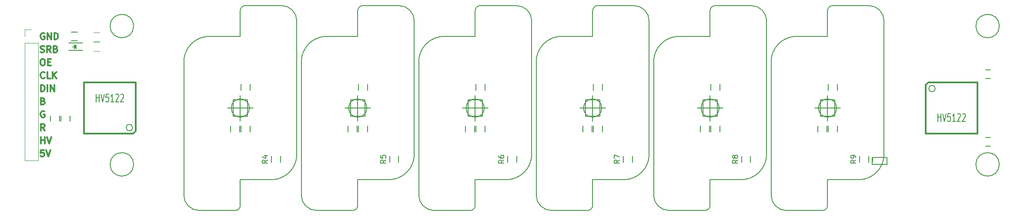
<source format=gbr>
G04 #@! TF.FileFunction,Legend,Top*
%FSLAX46Y46*%
G04 Gerber Fmt 4.6, Leading zero omitted, Abs format (unit mm)*
G04 Created by KiCad (PCBNEW 4.0.2-stable) date 13/08/2017 21:16:23*
%MOMM*%
G01*
G04 APERTURE LIST*
%ADD10C,0.100000*%
%ADD11C,0.300000*%
%ADD12C,0.150000*%
%ADD13C,0.304800*%
%ADD14C,0.203200*%
%ADD15C,0.063500*%
%ADD16C,0.127000*%
%ADD17C,0.120000*%
%ADD18C,0.152400*%
G04 APERTURE END LIST*
D10*
D11*
X60851143Y-71694524D02*
X60246381Y-71694524D01*
X60185905Y-72299286D01*
X60246381Y-72238810D01*
X60367333Y-72178333D01*
X60669714Y-72178333D01*
X60790667Y-72238810D01*
X60851143Y-72299286D01*
X60911619Y-72420238D01*
X60911619Y-72722619D01*
X60851143Y-72843571D01*
X60790667Y-72904048D01*
X60669714Y-72964524D01*
X60367333Y-72964524D01*
X60246381Y-72904048D01*
X60185905Y-72843571D01*
X61274476Y-71694524D02*
X61697810Y-72964524D01*
X62121143Y-71694524D01*
X60246381Y-70424524D02*
X60246381Y-69154524D01*
X60246381Y-69759286D02*
X60972095Y-69759286D01*
X60972095Y-70424524D02*
X60972095Y-69154524D01*
X61395428Y-69154524D02*
X61818762Y-70424524D01*
X62242095Y-69154524D01*
X60972095Y-67884524D02*
X60548762Y-67279762D01*
X60246381Y-67884524D02*
X60246381Y-66614524D01*
X60730190Y-66614524D01*
X60851143Y-66675000D01*
X60911619Y-66735476D01*
X60972095Y-66856429D01*
X60972095Y-67037857D01*
X60911619Y-67158810D01*
X60851143Y-67219286D01*
X60730190Y-67279762D01*
X60246381Y-67279762D01*
X60911619Y-64135000D02*
X60790667Y-64074524D01*
X60609238Y-64074524D01*
X60427810Y-64135000D01*
X60306857Y-64255952D01*
X60246381Y-64376905D01*
X60185905Y-64618810D01*
X60185905Y-64800238D01*
X60246381Y-65042143D01*
X60306857Y-65163095D01*
X60427810Y-65284048D01*
X60609238Y-65344524D01*
X60730190Y-65344524D01*
X60911619Y-65284048D01*
X60972095Y-65223571D01*
X60972095Y-64800238D01*
X60730190Y-64800238D01*
X60669714Y-62139286D02*
X60851143Y-62199762D01*
X60911619Y-62260238D01*
X60972095Y-62381190D01*
X60972095Y-62562619D01*
X60911619Y-62683571D01*
X60851143Y-62744048D01*
X60730190Y-62804524D01*
X60246381Y-62804524D01*
X60246381Y-61534524D01*
X60669714Y-61534524D01*
X60790667Y-61595000D01*
X60851143Y-61655476D01*
X60911619Y-61776429D01*
X60911619Y-61897381D01*
X60851143Y-62018333D01*
X60790667Y-62078810D01*
X60669714Y-62139286D01*
X60246381Y-62139286D01*
X60246381Y-60264524D02*
X60246381Y-58994524D01*
X60548762Y-58994524D01*
X60730190Y-59055000D01*
X60851143Y-59175952D01*
X60911619Y-59296905D01*
X60972095Y-59538810D01*
X60972095Y-59720238D01*
X60911619Y-59962143D01*
X60851143Y-60083095D01*
X60730190Y-60204048D01*
X60548762Y-60264524D01*
X60246381Y-60264524D01*
X61516381Y-60264524D02*
X61516381Y-58994524D01*
X62121143Y-60264524D02*
X62121143Y-58994524D01*
X62846857Y-60264524D01*
X62846857Y-58994524D01*
X60972095Y-57603571D02*
X60911619Y-57664048D01*
X60730190Y-57724524D01*
X60609238Y-57724524D01*
X60427810Y-57664048D01*
X60306857Y-57543095D01*
X60246381Y-57422143D01*
X60185905Y-57180238D01*
X60185905Y-56998810D01*
X60246381Y-56756905D01*
X60306857Y-56635952D01*
X60427810Y-56515000D01*
X60609238Y-56454524D01*
X60730190Y-56454524D01*
X60911619Y-56515000D01*
X60972095Y-56575476D01*
X62121143Y-57724524D02*
X61516381Y-57724524D01*
X61516381Y-56454524D01*
X62544476Y-57724524D02*
X62544476Y-56454524D01*
X63270190Y-57724524D02*
X62725905Y-56998810D01*
X63270190Y-56454524D02*
X62544476Y-57180238D01*
X60488286Y-53914524D02*
X60730190Y-53914524D01*
X60851143Y-53975000D01*
X60972095Y-54095952D01*
X61032571Y-54337857D01*
X61032571Y-54761190D01*
X60972095Y-55003095D01*
X60851143Y-55124048D01*
X60730190Y-55184524D01*
X60488286Y-55184524D01*
X60367333Y-55124048D01*
X60246381Y-55003095D01*
X60185905Y-54761190D01*
X60185905Y-54337857D01*
X60246381Y-54095952D01*
X60367333Y-53975000D01*
X60488286Y-53914524D01*
X61576857Y-54519286D02*
X62000190Y-54519286D01*
X62181619Y-55184524D02*
X61576857Y-55184524D01*
X61576857Y-53914524D01*
X62181619Y-53914524D01*
X60185905Y-52584048D02*
X60367333Y-52644524D01*
X60669714Y-52644524D01*
X60790667Y-52584048D01*
X60851143Y-52523571D01*
X60911619Y-52402619D01*
X60911619Y-52281667D01*
X60851143Y-52160714D01*
X60790667Y-52100238D01*
X60669714Y-52039762D01*
X60427810Y-51979286D01*
X60306857Y-51918810D01*
X60246381Y-51858333D01*
X60185905Y-51737381D01*
X60185905Y-51616429D01*
X60246381Y-51495476D01*
X60306857Y-51435000D01*
X60427810Y-51374524D01*
X60730190Y-51374524D01*
X60911619Y-51435000D01*
X62181619Y-52644524D02*
X61758286Y-52039762D01*
X61455905Y-52644524D02*
X61455905Y-51374524D01*
X61939714Y-51374524D01*
X62060667Y-51435000D01*
X62121143Y-51495476D01*
X62181619Y-51616429D01*
X62181619Y-51797857D01*
X62121143Y-51918810D01*
X62060667Y-51979286D01*
X61939714Y-52039762D01*
X61455905Y-52039762D01*
X63149238Y-51979286D02*
X63330667Y-52039762D01*
X63391143Y-52100238D01*
X63451619Y-52221190D01*
X63451619Y-52402619D01*
X63391143Y-52523571D01*
X63330667Y-52584048D01*
X63209714Y-52644524D01*
X62725905Y-52644524D01*
X62725905Y-51374524D01*
X63149238Y-51374524D01*
X63270191Y-51435000D01*
X63330667Y-51495476D01*
X63391143Y-51616429D01*
X63391143Y-51737381D01*
X63330667Y-51858333D01*
X63270191Y-51918810D01*
X63149238Y-51979286D01*
X62725905Y-51979286D01*
X60911619Y-48895000D02*
X60790667Y-48834524D01*
X60609238Y-48834524D01*
X60427810Y-48895000D01*
X60306857Y-49015952D01*
X60246381Y-49136905D01*
X60185905Y-49378810D01*
X60185905Y-49560238D01*
X60246381Y-49802143D01*
X60306857Y-49923095D01*
X60427810Y-50044048D01*
X60609238Y-50104524D01*
X60730190Y-50104524D01*
X60911619Y-50044048D01*
X60972095Y-49983571D01*
X60972095Y-49560238D01*
X60730190Y-49560238D01*
X61516381Y-50104524D02*
X61516381Y-48834524D01*
X62242095Y-50104524D01*
X62242095Y-48834524D01*
X62846857Y-50104524D02*
X62846857Y-48834524D01*
X63149238Y-48834524D01*
X63330666Y-48895000D01*
X63451619Y-49015952D01*
X63512095Y-49136905D01*
X63572571Y-49378810D01*
X63572571Y-49560238D01*
X63512095Y-49802143D01*
X63451619Y-49923095D01*
X63330666Y-50044048D01*
X63149238Y-50104524D01*
X62846857Y-50104524D01*
D12*
X244102000Y-70954000D02*
X245102000Y-70954000D01*
X245102000Y-69254000D02*
X244102000Y-69254000D01*
X62142000Y-65032000D02*
X62142000Y-66032000D01*
X63842000Y-66032000D02*
X63842000Y-65032000D01*
X245102000Y-56046000D02*
X244102000Y-56046000D01*
X244102000Y-57746000D02*
X245102000Y-57746000D01*
X64174000Y-65032000D02*
X64174000Y-66032000D01*
X65874000Y-66032000D02*
X65874000Y-65032000D01*
X97660000Y-65100000D02*
X100460000Y-65100000D01*
X100460000Y-65100000D02*
X100460000Y-61900000D01*
X97660000Y-65100000D02*
X97660000Y-61900000D01*
X97660000Y-61900000D02*
X100460000Y-61900000D01*
X120520000Y-65100000D02*
X123320000Y-65100000D01*
X123320000Y-65100000D02*
X123320000Y-61900000D01*
X120520000Y-65100000D02*
X120520000Y-61900000D01*
X120520000Y-61900000D02*
X123320000Y-61900000D01*
X143380000Y-65100000D02*
X146180000Y-65100000D01*
X146180000Y-65100000D02*
X146180000Y-61900000D01*
X143380000Y-65100000D02*
X143380000Y-61900000D01*
X143380000Y-61900000D02*
X146180000Y-61900000D01*
X166240000Y-65100000D02*
X169040000Y-65100000D01*
X169040000Y-65100000D02*
X169040000Y-61900000D01*
X166240000Y-65100000D02*
X166240000Y-61900000D01*
X166240000Y-61900000D02*
X169040000Y-61900000D01*
X68381680Y-50776440D02*
X65681680Y-50776440D01*
X68381680Y-52276440D02*
X65681680Y-52276440D01*
X66881680Y-51376440D02*
X66881680Y-51626440D01*
X66881680Y-51626440D02*
X67031680Y-51476440D01*
X67131680Y-51876440D02*
X67131680Y-51176440D01*
X66781680Y-51526440D02*
X66431680Y-51526440D01*
X67131680Y-51526440D02*
X66781680Y-51876440D01*
X66781680Y-51876440D02*
X66781680Y-51176440D01*
X66781680Y-51176440D02*
X67131680Y-51526440D01*
X189100000Y-65100000D02*
X191900000Y-65100000D01*
X191900000Y-65100000D02*
X191900000Y-61900000D01*
X189100000Y-65100000D02*
X189100000Y-61900000D01*
X189100000Y-61900000D02*
X191900000Y-61900000D01*
X211960000Y-65100000D02*
X214760000Y-65100000D01*
X214760000Y-65100000D02*
X214760000Y-61900000D01*
X211960000Y-65100000D02*
X211960000Y-61900000D01*
X211960000Y-61900000D02*
X214760000Y-61900000D01*
X100951000Y-58836000D02*
X100951000Y-60036000D01*
X99201000Y-60036000D02*
X99201000Y-58836000D01*
X99201000Y-68164000D02*
X99201000Y-66964000D01*
X100951000Y-66964000D02*
X100951000Y-68164000D01*
X97169000Y-68164000D02*
X97169000Y-66964000D01*
X98919000Y-66964000D02*
X98919000Y-68164000D01*
X106875000Y-72900000D02*
X106875000Y-74100000D01*
X105125000Y-74100000D02*
X105125000Y-72900000D01*
X129875000Y-72900000D02*
X129875000Y-74100000D01*
X128125000Y-74100000D02*
X128125000Y-72900000D01*
X152875000Y-72900000D02*
X152875000Y-74100000D01*
X151125000Y-74100000D02*
X151125000Y-72900000D01*
X175375000Y-72900000D02*
X175375000Y-74100000D01*
X173625000Y-74100000D02*
X173625000Y-72900000D01*
X198375000Y-72900000D02*
X198375000Y-74100000D01*
X196625000Y-74100000D02*
X196625000Y-72900000D01*
X221375000Y-72900000D02*
X221375000Y-74100000D01*
X219625000Y-74100000D02*
X219625000Y-72900000D01*
X123811000Y-58836000D02*
X123811000Y-60036000D01*
X122061000Y-60036000D02*
X122061000Y-58836000D01*
X122061000Y-68164000D02*
X122061000Y-66964000D01*
X123811000Y-66964000D02*
X123811000Y-68164000D01*
X120029000Y-68164000D02*
X120029000Y-66964000D01*
X121779000Y-66964000D02*
X121779000Y-68164000D01*
X146671000Y-58836000D02*
X146671000Y-60036000D01*
X144921000Y-60036000D02*
X144921000Y-58836000D01*
X144921000Y-68164000D02*
X144921000Y-66964000D01*
X146671000Y-66964000D02*
X146671000Y-68164000D01*
X142889000Y-68164000D02*
X142889000Y-66964000D01*
X144639000Y-66964000D02*
X144639000Y-68164000D01*
X169531000Y-58836000D02*
X169531000Y-60036000D01*
X167781000Y-60036000D02*
X167781000Y-58836000D01*
X167781000Y-68164000D02*
X167781000Y-66964000D01*
X169531000Y-66964000D02*
X169531000Y-68164000D01*
X67374060Y-50412620D02*
X66174060Y-50412620D01*
X66174060Y-48662620D02*
X67374060Y-48662620D01*
X165749000Y-68164000D02*
X165749000Y-66964000D01*
X167499000Y-66964000D02*
X167499000Y-68164000D01*
X192391000Y-58836000D02*
X192391000Y-60036000D01*
X190641000Y-60036000D02*
X190641000Y-58836000D01*
X190641000Y-68164000D02*
X190641000Y-66964000D01*
X192391000Y-66964000D02*
X192391000Y-68164000D01*
X188609000Y-68164000D02*
X188609000Y-66964000D01*
X190359000Y-66964000D02*
X190359000Y-68164000D01*
X215251000Y-58836000D02*
X215251000Y-60036000D01*
X213501000Y-60036000D02*
X213501000Y-58836000D01*
X213501000Y-68164000D02*
X213501000Y-66964000D01*
X215251000Y-66964000D02*
X215251000Y-68164000D01*
X211469000Y-68164000D02*
X211469000Y-66964000D01*
X213219000Y-66964000D02*
X213219000Y-68164000D01*
D13*
X68656200Y-68503800D02*
X68656200Y-58496200D01*
X68656200Y-58496200D02*
X78663800Y-58496200D01*
X78663800Y-68021200D02*
X78663800Y-58496200D01*
X78181200Y-68503800D02*
X68656200Y-68503800D01*
X78663800Y-68021200D02*
X78181200Y-68503800D01*
D14*
X78105000Y-67310000D02*
G75*
G03X78105000Y-67310000I-635000J0D01*
G01*
D13*
X242493800Y-58496200D02*
X242493800Y-68503800D01*
X242493800Y-68503800D02*
X232486200Y-68503800D01*
X232486200Y-58978800D02*
X232486200Y-68503800D01*
X232968800Y-58496200D02*
X242493800Y-58496200D01*
X232486200Y-58978800D02*
X232968800Y-58496200D01*
D14*
X234315000Y-59690000D02*
G75*
G03X234315000Y-59690000I-635000J0D01*
G01*
D12*
X98060000Y-83500000D02*
X91060000Y-83500000D01*
X105060000Y-77500000D02*
X99060000Y-77500000D01*
X98060000Y-49500000D02*
X99060000Y-49500000D01*
X98060000Y-49500000D02*
X93060000Y-49500000D01*
X100060000Y-43500000D02*
X107060000Y-43500000D01*
X93060000Y-49500000D02*
G75*
G03X88060000Y-54500000I0J-5000000D01*
G01*
X105060000Y-77500000D02*
G75*
G03X110060000Y-72500000I0J5000000D01*
G01*
X88060000Y-80500000D02*
G75*
G03X91060000Y-83500000I3000000J0D01*
G01*
X98060000Y-83500000D02*
G75*
G03X99060000Y-82500000I0J1000000D01*
G01*
X100060000Y-43500000D02*
G75*
G03X99060000Y-44500000I0J-1000000D01*
G01*
X110060000Y-46500000D02*
G75*
G03X107060000Y-43500000I-3000000J0D01*
G01*
X99060000Y-77500000D02*
X99060000Y-82500000D01*
X99060000Y-49500000D02*
X99060000Y-44500000D01*
X110060000Y-63500000D02*
X110060000Y-72500000D01*
X110060000Y-63500000D02*
X110060000Y-54500000D01*
X110060000Y-54500000D02*
X110060000Y-46500000D01*
X88060000Y-63500000D02*
X88060000Y-80500000D01*
X88060000Y-63500000D02*
X88060000Y-54500000D01*
D15*
X100856051Y-63500000D02*
G75*
G03X100856051Y-63500000I-1796051J0D01*
G01*
D16*
X100827314Y-63500000D02*
G75*
G03X100827314Y-63500000I-1767314J0D01*
G01*
X96560640Y-63500000D02*
X101559360Y-63500000D01*
X99060000Y-65999360D02*
X99060000Y-61000640D01*
D12*
X143780000Y-83500000D02*
X136780000Y-83500000D01*
X150780000Y-77500000D02*
X144780000Y-77500000D01*
X143780000Y-49500000D02*
X144780000Y-49500000D01*
X143780000Y-49500000D02*
X138780000Y-49500000D01*
X145780000Y-43500000D02*
X152780000Y-43500000D01*
X138780000Y-49500000D02*
G75*
G03X133780000Y-54500000I0J-5000000D01*
G01*
X150780000Y-77500000D02*
G75*
G03X155780000Y-72500000I0J5000000D01*
G01*
X133780000Y-80500000D02*
G75*
G03X136780000Y-83500000I3000000J0D01*
G01*
X143780000Y-83500000D02*
G75*
G03X144780000Y-82500000I0J1000000D01*
G01*
X145780000Y-43500000D02*
G75*
G03X144780000Y-44500000I0J-1000000D01*
G01*
X155780000Y-46500000D02*
G75*
G03X152780000Y-43500000I-3000000J0D01*
G01*
X144780000Y-77500000D02*
X144780000Y-82500000D01*
X144780000Y-49500000D02*
X144780000Y-44500000D01*
X155780000Y-63500000D02*
X155780000Y-72500000D01*
X155780000Y-63500000D02*
X155780000Y-54500000D01*
X155780000Y-54500000D02*
X155780000Y-46500000D01*
X133780000Y-63500000D02*
X133780000Y-80500000D01*
X133780000Y-63500000D02*
X133780000Y-54500000D01*
D15*
X146576051Y-63500000D02*
G75*
G03X146576051Y-63500000I-1796051J0D01*
G01*
D16*
X146547314Y-63500000D02*
G75*
G03X146547314Y-63500000I-1767314J0D01*
G01*
X142280640Y-63500000D02*
X147279360Y-63500000D01*
X144780000Y-65999360D02*
X144780000Y-61000640D01*
D12*
X166640000Y-83500000D02*
X159640000Y-83500000D01*
X173640000Y-77500000D02*
X167640000Y-77500000D01*
X166640000Y-49500000D02*
X167640000Y-49500000D01*
X166640000Y-49500000D02*
X161640000Y-49500000D01*
X168640000Y-43500000D02*
X175640000Y-43500000D01*
X161640000Y-49500000D02*
G75*
G03X156640000Y-54500000I0J-5000000D01*
G01*
X173640000Y-77500000D02*
G75*
G03X178640000Y-72500000I0J5000000D01*
G01*
X156640000Y-80500000D02*
G75*
G03X159640000Y-83500000I3000000J0D01*
G01*
X166640000Y-83500000D02*
G75*
G03X167640000Y-82500000I0J1000000D01*
G01*
X168640000Y-43500000D02*
G75*
G03X167640000Y-44500000I0J-1000000D01*
G01*
X178640000Y-46500000D02*
G75*
G03X175640000Y-43500000I-3000000J0D01*
G01*
X167640000Y-77500000D02*
X167640000Y-82500000D01*
X167640000Y-49500000D02*
X167640000Y-44500000D01*
X178640000Y-63500000D02*
X178640000Y-72500000D01*
X178640000Y-63500000D02*
X178640000Y-54500000D01*
X178640000Y-54500000D02*
X178640000Y-46500000D01*
X156640000Y-63500000D02*
X156640000Y-80500000D01*
X156640000Y-63500000D02*
X156640000Y-54500000D01*
D15*
X169436051Y-63500000D02*
G75*
G03X169436051Y-63500000I-1796051J0D01*
G01*
D16*
X169407314Y-63500000D02*
G75*
G03X169407314Y-63500000I-1767314J0D01*
G01*
X165140640Y-63500000D02*
X170139360Y-63500000D01*
X167640000Y-65999360D02*
X167640000Y-61000640D01*
D12*
X189500000Y-83500000D02*
X182500000Y-83500000D01*
X196500000Y-77500000D02*
X190500000Y-77500000D01*
X189500000Y-49500000D02*
X190500000Y-49500000D01*
X189500000Y-49500000D02*
X184500000Y-49500000D01*
X191500000Y-43500000D02*
X198500000Y-43500000D01*
X184500000Y-49500000D02*
G75*
G03X179500000Y-54500000I0J-5000000D01*
G01*
X196500000Y-77500000D02*
G75*
G03X201500000Y-72500000I0J5000000D01*
G01*
X179500000Y-80500000D02*
G75*
G03X182500000Y-83500000I3000000J0D01*
G01*
X189500000Y-83500000D02*
G75*
G03X190500000Y-82500000I0J1000000D01*
G01*
X191500000Y-43500000D02*
G75*
G03X190500000Y-44500000I0J-1000000D01*
G01*
X201500000Y-46500000D02*
G75*
G03X198500000Y-43500000I-3000000J0D01*
G01*
X190500000Y-77500000D02*
X190500000Y-82500000D01*
X190500000Y-49500000D02*
X190500000Y-44500000D01*
X201500000Y-63500000D02*
X201500000Y-72500000D01*
X201500000Y-63500000D02*
X201500000Y-54500000D01*
X201500000Y-54500000D02*
X201500000Y-46500000D01*
X179500000Y-63500000D02*
X179500000Y-80500000D01*
X179500000Y-63500000D02*
X179500000Y-54500000D01*
D15*
X192296051Y-63500000D02*
G75*
G03X192296051Y-63500000I-1796051J0D01*
G01*
D16*
X192267314Y-63500000D02*
G75*
G03X192267314Y-63500000I-1767314J0D01*
G01*
X188000640Y-63500000D02*
X192999360Y-63500000D01*
X190500000Y-65999360D02*
X190500000Y-61000640D01*
D12*
X212360000Y-83500000D02*
X205360000Y-83500000D01*
X219360000Y-77500000D02*
X213360000Y-77500000D01*
X212360000Y-49500000D02*
X213360000Y-49500000D01*
X212360000Y-49500000D02*
X207360000Y-49500000D01*
X214360000Y-43500000D02*
X221360000Y-43500000D01*
X207360000Y-49500000D02*
G75*
G03X202360000Y-54500000I0J-5000000D01*
G01*
X219360000Y-77500000D02*
G75*
G03X224360000Y-72500000I0J5000000D01*
G01*
X202360000Y-80500000D02*
G75*
G03X205360000Y-83500000I3000000J0D01*
G01*
X212360000Y-83500000D02*
G75*
G03X213360000Y-82500000I0J1000000D01*
G01*
X214360000Y-43500000D02*
G75*
G03X213360000Y-44500000I0J-1000000D01*
G01*
X224360000Y-46500000D02*
G75*
G03X221360000Y-43500000I-3000000J0D01*
G01*
X213360000Y-77500000D02*
X213360000Y-82500000D01*
X213360000Y-49500000D02*
X213360000Y-44500000D01*
X224360000Y-63500000D02*
X224360000Y-72500000D01*
X224360000Y-63500000D02*
X224360000Y-54500000D01*
X224360000Y-54500000D02*
X224360000Y-46500000D01*
X202360000Y-63500000D02*
X202360000Y-80500000D01*
X202360000Y-63500000D02*
X202360000Y-54500000D01*
D15*
X215156051Y-63500000D02*
G75*
G03X215156051Y-63500000I-1796051J0D01*
G01*
D16*
X215127314Y-63500000D02*
G75*
G03X215127314Y-63500000I-1767314J0D01*
G01*
X210860640Y-63500000D02*
X215859360Y-63500000D01*
X213360000Y-65999360D02*
X213360000Y-61000640D01*
D12*
X120920000Y-83500000D02*
X113920000Y-83500000D01*
X127920000Y-77500000D02*
X121920000Y-77500000D01*
X120920000Y-49500000D02*
X121920000Y-49500000D01*
X120920000Y-49500000D02*
X115920000Y-49500000D01*
X122920000Y-43500000D02*
X129920000Y-43500000D01*
X115920000Y-49500000D02*
G75*
G03X110920000Y-54500000I0J-5000000D01*
G01*
X127920000Y-77500000D02*
G75*
G03X132920000Y-72500000I0J5000000D01*
G01*
X110920000Y-80500000D02*
G75*
G03X113920000Y-83500000I3000000J0D01*
G01*
X120920000Y-83500000D02*
G75*
G03X121920000Y-82500000I0J1000000D01*
G01*
X122920000Y-43500000D02*
G75*
G03X121920000Y-44500000I0J-1000000D01*
G01*
X132920000Y-46500000D02*
G75*
G03X129920000Y-43500000I-3000000J0D01*
G01*
X121920000Y-77500000D02*
X121920000Y-82500000D01*
X121920000Y-49500000D02*
X121920000Y-44500000D01*
X132920000Y-63500000D02*
X132920000Y-72500000D01*
X132920000Y-63500000D02*
X132920000Y-54500000D01*
X132920000Y-54500000D02*
X132920000Y-46500000D01*
X110920000Y-63500000D02*
X110920000Y-80500000D01*
X110920000Y-63500000D02*
X110920000Y-54500000D01*
D15*
X123716051Y-63500000D02*
G75*
G03X123716051Y-63500000I-1796051J0D01*
G01*
D16*
X123687314Y-63500000D02*
G75*
G03X123687314Y-63500000I-1767314J0D01*
G01*
X119420640Y-63500000D02*
X124419360Y-63500000D01*
X121920000Y-65999360D02*
X121920000Y-61000640D01*
D12*
X246786000Y-47500000D02*
G75*
G03X246786000Y-47500000I-2286000J0D01*
G01*
X246786000Y-74500000D02*
G75*
G03X246786000Y-74500000I-2286000J0D01*
G01*
X78286000Y-47500000D02*
G75*
G03X78286000Y-47500000I-2286000J0D01*
G01*
X78286000Y-74500000D02*
G75*
G03X78286000Y-74500000I-2286000J0D01*
G01*
D17*
X57090000Y-73720000D02*
X59750000Y-73720000D01*
X57090000Y-50800000D02*
X57090000Y-73720000D01*
X59750000Y-50800000D02*
X59750000Y-73720000D01*
X57090000Y-50800000D02*
X59750000Y-50800000D01*
X57090000Y-49530000D02*
X57090000Y-48200000D01*
X57090000Y-48200000D02*
X58420000Y-48200000D01*
D18*
X224917000Y-73152000D02*
X224917000Y-74472800D01*
X224917000Y-74472800D02*
X222072200Y-74472800D01*
X222072200Y-74472800D02*
X222072200Y-73152000D01*
X222072200Y-73152000D02*
X224917000Y-73152000D01*
D14*
X222697040Y-73113900D02*
X222095060Y-73113900D01*
X222095060Y-73113900D02*
X222095060Y-73911460D01*
X224292160Y-73113900D02*
X224894140Y-73113900D01*
X224894140Y-73113900D02*
X224894140Y-73911460D01*
D17*
X71694600Y-50498900D02*
X70494600Y-50498900D01*
X70494600Y-48738900D02*
X71694600Y-48738900D01*
X70494600Y-50646440D02*
X71694600Y-50646440D01*
X71694600Y-52406440D02*
X70494600Y-52406440D01*
D12*
X104352381Y-73666666D02*
X103876190Y-74000000D01*
X104352381Y-74238095D02*
X103352381Y-74238095D01*
X103352381Y-73857142D01*
X103400000Y-73761904D01*
X103447619Y-73714285D01*
X103542857Y-73666666D01*
X103685714Y-73666666D01*
X103780952Y-73714285D01*
X103828571Y-73761904D01*
X103876190Y-73857142D01*
X103876190Y-74238095D01*
X103685714Y-72809523D02*
X104352381Y-72809523D01*
X103304762Y-73047619D02*
X104019048Y-73285714D01*
X104019048Y-72666666D01*
X127352381Y-73666666D02*
X126876190Y-74000000D01*
X127352381Y-74238095D02*
X126352381Y-74238095D01*
X126352381Y-73857142D01*
X126400000Y-73761904D01*
X126447619Y-73714285D01*
X126542857Y-73666666D01*
X126685714Y-73666666D01*
X126780952Y-73714285D01*
X126828571Y-73761904D01*
X126876190Y-73857142D01*
X126876190Y-74238095D01*
X126352381Y-72761904D02*
X126352381Y-73238095D01*
X126828571Y-73285714D01*
X126780952Y-73238095D01*
X126733333Y-73142857D01*
X126733333Y-72904761D01*
X126780952Y-72809523D01*
X126828571Y-72761904D01*
X126923810Y-72714285D01*
X127161905Y-72714285D01*
X127257143Y-72761904D01*
X127304762Y-72809523D01*
X127352381Y-72904761D01*
X127352381Y-73142857D01*
X127304762Y-73238095D01*
X127257143Y-73285714D01*
X150352381Y-73666666D02*
X149876190Y-74000000D01*
X150352381Y-74238095D02*
X149352381Y-74238095D01*
X149352381Y-73857142D01*
X149400000Y-73761904D01*
X149447619Y-73714285D01*
X149542857Y-73666666D01*
X149685714Y-73666666D01*
X149780952Y-73714285D01*
X149828571Y-73761904D01*
X149876190Y-73857142D01*
X149876190Y-74238095D01*
X149352381Y-72809523D02*
X149352381Y-73000000D01*
X149400000Y-73095238D01*
X149447619Y-73142857D01*
X149590476Y-73238095D01*
X149780952Y-73285714D01*
X150161905Y-73285714D01*
X150257143Y-73238095D01*
X150304762Y-73190476D01*
X150352381Y-73095238D01*
X150352381Y-72904761D01*
X150304762Y-72809523D01*
X150257143Y-72761904D01*
X150161905Y-72714285D01*
X149923810Y-72714285D01*
X149828571Y-72761904D01*
X149780952Y-72809523D01*
X149733333Y-72904761D01*
X149733333Y-73095238D01*
X149780952Y-73190476D01*
X149828571Y-73238095D01*
X149923810Y-73285714D01*
X172852381Y-73666666D02*
X172376190Y-74000000D01*
X172852381Y-74238095D02*
X171852381Y-74238095D01*
X171852381Y-73857142D01*
X171900000Y-73761904D01*
X171947619Y-73714285D01*
X172042857Y-73666666D01*
X172185714Y-73666666D01*
X172280952Y-73714285D01*
X172328571Y-73761904D01*
X172376190Y-73857142D01*
X172376190Y-74238095D01*
X171852381Y-73333333D02*
X171852381Y-72666666D01*
X172852381Y-73095238D01*
X195852381Y-73666666D02*
X195376190Y-74000000D01*
X195852381Y-74238095D02*
X194852381Y-74238095D01*
X194852381Y-73857142D01*
X194900000Y-73761904D01*
X194947619Y-73714285D01*
X195042857Y-73666666D01*
X195185714Y-73666666D01*
X195280952Y-73714285D01*
X195328571Y-73761904D01*
X195376190Y-73857142D01*
X195376190Y-74238095D01*
X195280952Y-73095238D02*
X195233333Y-73190476D01*
X195185714Y-73238095D01*
X195090476Y-73285714D01*
X195042857Y-73285714D01*
X194947619Y-73238095D01*
X194900000Y-73190476D01*
X194852381Y-73095238D01*
X194852381Y-72904761D01*
X194900000Y-72809523D01*
X194947619Y-72761904D01*
X195042857Y-72714285D01*
X195090476Y-72714285D01*
X195185714Y-72761904D01*
X195233333Y-72809523D01*
X195280952Y-72904761D01*
X195280952Y-73095238D01*
X195328571Y-73190476D01*
X195376190Y-73238095D01*
X195471429Y-73285714D01*
X195661905Y-73285714D01*
X195757143Y-73238095D01*
X195804762Y-73190476D01*
X195852381Y-73095238D01*
X195852381Y-72904761D01*
X195804762Y-72809523D01*
X195757143Y-72761904D01*
X195661905Y-72714285D01*
X195471429Y-72714285D01*
X195376190Y-72761904D01*
X195328571Y-72809523D01*
X195280952Y-72904761D01*
X218852381Y-73666666D02*
X218376190Y-74000000D01*
X218852381Y-74238095D02*
X217852381Y-74238095D01*
X217852381Y-73857142D01*
X217900000Y-73761904D01*
X217947619Y-73714285D01*
X218042857Y-73666666D01*
X218185714Y-73666666D01*
X218280952Y-73714285D01*
X218328571Y-73761904D01*
X218376190Y-73857142D01*
X218376190Y-74238095D01*
X218852381Y-73190476D02*
X218852381Y-73000000D01*
X218804762Y-72904761D01*
X218757143Y-72857142D01*
X218614286Y-72761904D01*
X218423810Y-72714285D01*
X218042857Y-72714285D01*
X217947619Y-72761904D01*
X217900000Y-72809523D01*
X217852381Y-72904761D01*
X217852381Y-73095238D01*
X217900000Y-73190476D01*
X217947619Y-73238095D01*
X218042857Y-73285714D01*
X218280952Y-73285714D01*
X218376190Y-73238095D01*
X218423810Y-73190476D01*
X218471429Y-73095238D01*
X218471429Y-72904761D01*
X218423810Y-72809523D01*
X218376190Y-72761904D01*
X218280952Y-72714285D01*
D14*
X70999048Y-62284429D02*
X70999048Y-60760429D01*
X70999048Y-61486143D02*
X71579619Y-61486143D01*
X71579619Y-62284429D02*
X71579619Y-60760429D01*
X71918286Y-60760429D02*
X72256953Y-62284429D01*
X72595619Y-60760429D01*
X73418095Y-60760429D02*
X72934286Y-60760429D01*
X72885905Y-61486143D01*
X72934286Y-61413571D01*
X73031048Y-61341000D01*
X73272952Y-61341000D01*
X73369714Y-61413571D01*
X73418095Y-61486143D01*
X73466476Y-61631286D01*
X73466476Y-61994143D01*
X73418095Y-62139286D01*
X73369714Y-62211857D01*
X73272952Y-62284429D01*
X73031048Y-62284429D01*
X72934286Y-62211857D01*
X72885905Y-62139286D01*
X74434095Y-62284429D02*
X73853524Y-62284429D01*
X74143810Y-62284429D02*
X74143810Y-60760429D01*
X74047048Y-60978143D01*
X73950286Y-61123286D01*
X73853524Y-61195857D01*
X74821143Y-60905571D02*
X74869524Y-60833000D01*
X74966286Y-60760429D01*
X75208190Y-60760429D01*
X75304952Y-60833000D01*
X75353333Y-60905571D01*
X75401714Y-61050714D01*
X75401714Y-61195857D01*
X75353333Y-61413571D01*
X74772762Y-62284429D01*
X75401714Y-62284429D01*
X75788762Y-60905571D02*
X75837143Y-60833000D01*
X75933905Y-60760429D01*
X76175809Y-60760429D01*
X76272571Y-60833000D01*
X76320952Y-60905571D01*
X76369333Y-61050714D01*
X76369333Y-61195857D01*
X76320952Y-61413571D01*
X75740381Y-62284429D01*
X76369333Y-62284429D01*
X234829048Y-66094429D02*
X234829048Y-64570429D01*
X234829048Y-65296143D02*
X235409619Y-65296143D01*
X235409619Y-66094429D02*
X235409619Y-64570429D01*
X235748286Y-64570429D02*
X236086953Y-66094429D01*
X236425619Y-64570429D01*
X237248095Y-64570429D02*
X236764286Y-64570429D01*
X236715905Y-65296143D01*
X236764286Y-65223571D01*
X236861048Y-65151000D01*
X237102952Y-65151000D01*
X237199714Y-65223571D01*
X237248095Y-65296143D01*
X237296476Y-65441286D01*
X237296476Y-65804143D01*
X237248095Y-65949286D01*
X237199714Y-66021857D01*
X237102952Y-66094429D01*
X236861048Y-66094429D01*
X236764286Y-66021857D01*
X236715905Y-65949286D01*
X238264095Y-66094429D02*
X237683524Y-66094429D01*
X237973810Y-66094429D02*
X237973810Y-64570429D01*
X237877048Y-64788143D01*
X237780286Y-64933286D01*
X237683524Y-65005857D01*
X238651143Y-64715571D02*
X238699524Y-64643000D01*
X238796286Y-64570429D01*
X239038190Y-64570429D01*
X239134952Y-64643000D01*
X239183333Y-64715571D01*
X239231714Y-64860714D01*
X239231714Y-65005857D01*
X239183333Y-65223571D01*
X238602762Y-66094429D01*
X239231714Y-66094429D01*
X239618762Y-64715571D02*
X239667143Y-64643000D01*
X239763905Y-64570429D01*
X240005809Y-64570429D01*
X240102571Y-64643000D01*
X240150952Y-64715571D01*
X240199333Y-64860714D01*
X240199333Y-65005857D01*
X240150952Y-65223571D01*
X239570381Y-66094429D01*
X240199333Y-66094429D01*
M02*

</source>
